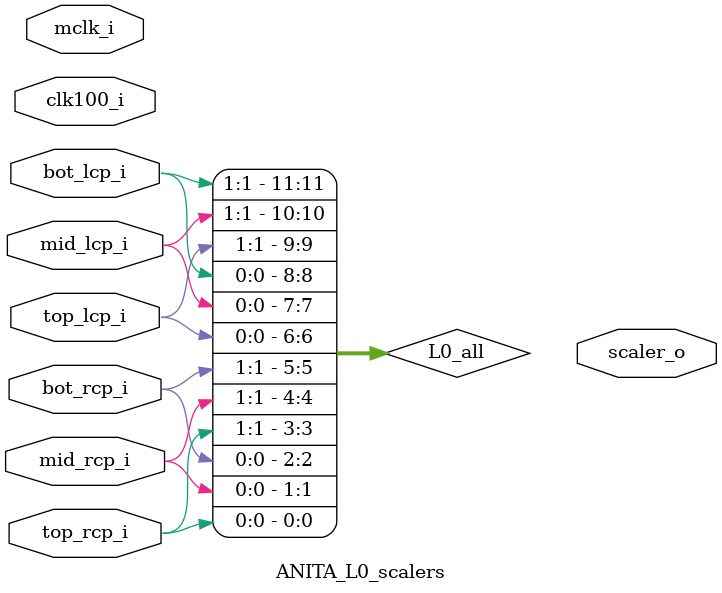
<source format=v>
`timescale 1ns / 1ps

module ANITA_L0_scalers(
		input mclk_i,
		input clk100_i,
		input [1:0] top_lcp_i,
		input [1:0] top_rcp_i,
		input [1:0] mid_lcp_i,
		input [1:0] mid_rcp_i,
		input [1:0] bot_lcp_i,
		input [1:0] bot_rcp_i,
		output [11:0] scaler_o
    );

	// The scalers, like the DACs, went
	// TV, MV, BV, TV, MV, BV, TH, MH, BH, TH, MH, BH.
	// That is, they went:
	// ANT_B 0,4,6
	// ANT_C 0,4,6
	// ANT_B 1,5,7
	// ANT_C 1,5,7
	// So that's what we're doing again.
	// The new mapping is
	// TR, MR, BR, TR, MR, BR, TL, ML, BL, TL, ML, BL.
	// Note like everywhere else, V->R, and H->L.
	
	wire [11:0] L0_all;

	assign L0_all[0] = top_rcp_i[0];
	assign L0_all[1] = mid_rcp_i[0];
	assign L0_all[2] = bot_rcp_i[0];
	assign L0_all[3] = top_rcp_i[1];
	assign L0_all[4] = mid_rcp_i[1];
	assign L0_all[5] = bot_rcp_i[1];
	assign L0_all[6] = top_lcp_i[0];
	assign L0_all[7] = mid_lcp_i[0];
	assign L0_all[8] = bot_lcp_i[0];
	assign L0_all[9] = top_lcp_i[1];
	assign L0_all[10]= mid_lcp_i[1];
	assign L0_all[11]= bot_lcp_i[1];
	
endmodule

</source>
